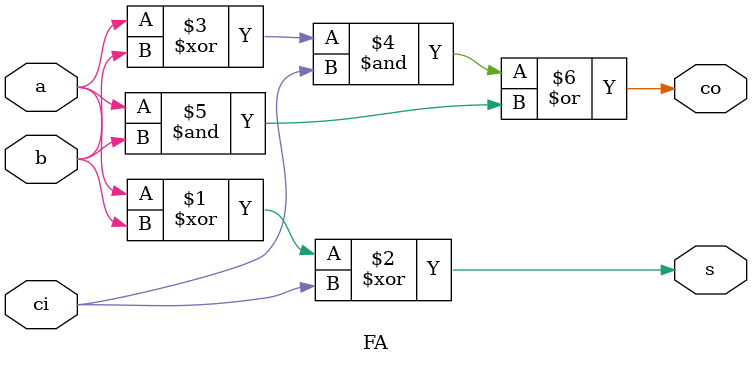
<source format=v>
`timescale 1ns / 1ps


module FA(output co, s, input a, b, ci);
assign s=a^b^ci;
assign co=((a^b)&ci)|(a&b);
endmodule

</source>
